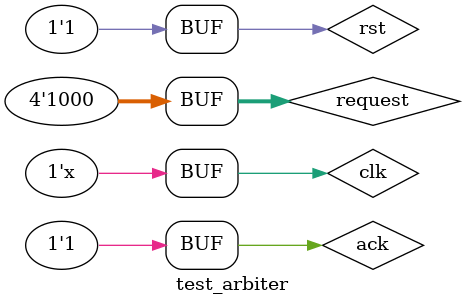
<source format=v>
module test_arbiter;
      parameter integer WIDTH = 4;
	reg [WIDTH - 1:0] request;
	reg rst, clk, ack;
	wire [WIDTH - 1:0] grant;

	rr_arbiter #(WIDTH) rr_arbiter(.clk(clk), .resetb(rst), .ack(ack), .request(request), .grant(grant));
	

      always #1
            clk = !clk;

	initial
		begin
			rst = 0;
			ack = 0;
			
			#10;
			rst = 1;
			
			request = 4'b1010;
			ack = 1;
			#100;

			rst = 0;
			ack = 0;
			#10;
			rst = 1;
			request = 4'b0111;
			ack = 1;
			#100;

			rst = 0;
			ack = 0;
			#10;
			rst = 1;
			request=4'b1000;
			ack = 1;
			#100;

		end

	always@(request)
		$monitor("\n\tREQUEST VECTOR: %b\tGRANT VECTOR: %b\n",request,grant );

      initial begin 
            $dumpfile("dump.vcd");
            $dumpvars(1);
      end

endmodule
</source>
